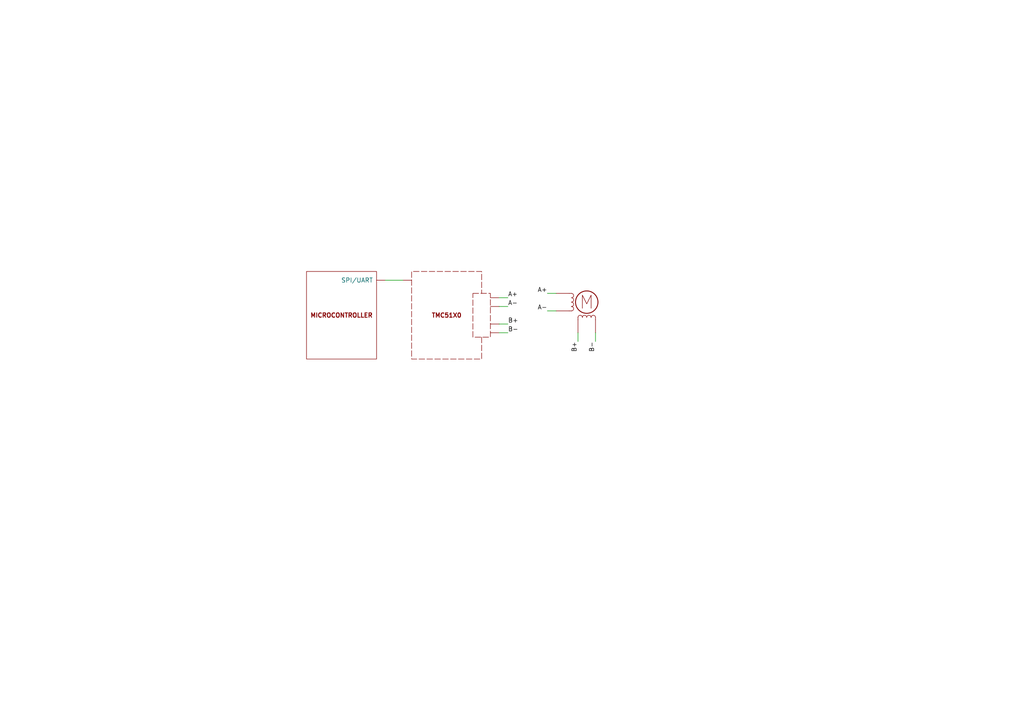
<source format=kicad_sch>
(kicad_sch (version 20230121) (generator eeschema)
  (paper "A4")
  (title_block (title "Trinamic Wiring") (date "2024-06-13") (rev "0.5") (company "Janelia Research Campus"))
  (lib_symbols
    (symbol "Janelia:DOC_MCU" (pin_numbers hide) (pin_names (offset 1.016))
      (symbol "DOC_MCU_0_1"
        (rectangle (start -10.16 12.7) (end 10.16 -12.7))
      )
      (symbol "DOC_MCU_1_1"
        (text "MICROCONTROLLER" (at 0 0 0) (effects (font (size 1.27 1.27) bold)))
        (pin input line (at 12.7 7.62 180) (length 2.54) hide (name "RX") (number "0"))
        (pin output line (at 12.7 10.16 180) (length 2.54) (name "SPI/UART") (number "1"))
        (pin input line (at 12.7 -5.08 180) (length 2.54) hide (name "RX2") (number "2"))
        (pin output line (at 12.7 -2.54 180) (length 2.54) hide (name "TX2") (number "3"))
        (pin output line (at 12.7 -7.62 180) (length 2.54) hide (name "TX3") (number "4"))
        (pin input line (at 12.7 -10.16 180) (length 2.54) hide (name "RX3") (number "5"))
        (pin output line (at 12.7 5.08 180) (length 2.54) hide (name "STEP") (number "6"))
        (pin input line (at 12.7 2.54 180) (length 2.54) hide (name "DIR") (number "7"))
        (pin input line (at 0 -15.24 90) (length 2.54) hide (name "SPI") (number "8"))
      )
    )
    (symbol "Janelia:Stepper_Motor_QSH2818-32-07-006" (pin_numbers hide) (pin_names (offset 0) hide)
      (symbol "Stepper_Motor_QSH2818-32-07-006_0_0"
        (polyline (pts (xy -1.27 -1.778) (xy -1.27 2.032) (xy 0 -0.508) (xy 1.27 2.032) (xy 1.27 -1.778)))
      )
      (symbol "Stepper_Motor_QSH2818-32-07-006_0_1"
        (arc (start -4.445 -2.54) (mid -3.8127 -1.905) (end -4.445 -1.27))
        (arc (start -4.445 -1.27) (mid -3.8127 -0.635) (end -4.445 0))
        (arc (start -4.445 0) (mid -3.8127 0.635) (end -4.445 1.27))
        (arc (start -4.445 1.27) (mid -3.8127 1.905) (end -4.445 2.54))
        (arc (start -1.27 -4.445) (mid -1.905 -3.8127) (end -2.54 -4.445))
        (arc (start 0 -4.445) (mid -0.635 -3.8127) (end -1.27 -4.445))
        (polyline (pts (xy -5.08 -2.54) (xy -4.445 -2.54)))
        (polyline (pts (xy -5.08 2.54) (xy -4.445 2.54)))
        (polyline (pts (xy -2.54 -5.08) (xy -2.54 -4.445)))
        (polyline (pts (xy 2.54 -5.08) (xy 2.54 -4.445)))
        (circle (center 0 0) (radius 3.2512) (stroke (width 0.254)))
        (arc (start 1.27 -4.445) (mid 0.635 -3.8127) (end 0 -4.445))
        (arc (start 2.54 -4.445) (mid 1.905 -3.8127) (end 1.27 -4.445))
      )
      (symbol "Stepper_Motor_QSH2818-32-07-006_1_1"
        (pin passive line (at -8.89 2.54 0) (length 3.81) (name "BLK") (number "A"))
        (pin passive line (at -8.89 -2.54 0) (length 3.81) (name "GRN") (number "A-"))
        (pin passive line (at -2.54 -8.89 90) (length 3.81) (name "RED") (number "B"))
        (pin passive line (at 2.54 -8.89 90) (length 3.81) (name "BLU") (number "B-"))
      )
    )
    (symbol "Janelia:TMC51X0_DOC" (pin_numbers hide) (pin_names (offset 1.016) hide)
      (symbol "TMC51X0_DOC_1_1"
        (polyline (pts (xy 10.16 -6.35) (xy 10.16 -12.7) (xy -10.16 -12.7) (xy -10.16 12.7) (xy 10.16 12.7) (xy 10.16 6.35)))
        (rectangle (start 7.62 6.35) (end 12.7 -6.35) (stroke (width 0) (type dash)))
        (text "TMC51X0" (at 0 0 0) (effects (font (size 1.27 1.27) bold)))
        (pin bidirectional line (at -12.7 10.16 0) (length 2.54) (name "SPI/UART") (number "0"))
        (pin input line (at -12.7 5.08 0) (length 2.54) hide (name "STEP") (number "1"))
        (pin input line (at -12.7 -5.08 0) (length 2.54) hide (name "AD1") (number "10"))
        (pin input line (at -12.7 2.54 0) (length 2.54) hide (name "DIR") (number "2"))
        (pin passive line (at 2.54 -15.24 90) (length 2.54) hide (name "BRA") (number "3"))
        (pin passive line (at 7.62 -15.24 90) (length 2.54) hide (name "BRB") (number "4"))
        (pin passive line (at 15.24 5.08 180) (length 2.54) (name "OA1") (number "5"))
        (pin passive line (at 15.24 2.54 180) (length 2.54) (name "OA2") (number "6"))
        (pin passive line (at 15.24 -2.54 180) (length 2.54) (name "OB1") (number "7"))
        (pin passive line (at 15.24 -5.08 180) (length 2.54) (name "OB2") (number "8"))
        (pin input line (at -12.7 -2.54 0) (length 2.54) hide (name "AD0") (number "9"))
      )
    )
  )
  (wire (pts (xy 147.32 93.98) (xy 144.78 93.98)))
  (wire (pts (xy 111.76 81.28) (xy 116.84 81.28)))
  (wire (pts (xy 147.32 86.36) (xy 144.78 86.36)))
  (wire (pts (xy 147.32 88.9) (xy 144.78 88.9)))
  (wire (pts (xy 158.75 85.09) (xy 161.29 85.09)))
  (wire (pts (xy 158.75 90.17) (xy 161.29 90.17)))
  (wire (pts (xy 147.32 96.52) (xy 144.78 96.52)))
  (wire (pts (xy 172.72 99.06) (xy 172.72 96.52)))
  (wire (pts (xy 167.64 99.06) (xy 167.64 96.52)))
  (label "A-" (at 147.32 88.9 0))
  (label "B-" (at 172.72 99.06 270))
  (label "B+" (at 147.32 93.98 0))
  (label "A+" (at 147.32 86.36 0))
  (label "B-" (at 147.32 96.52 0))
  (label "B+" (at 167.64 99.06 270))
  (label "A+" (at 158.75 85.09 180))
  (label "A-" (at 158.75 90.17 180))
  (symbol (lib_id "Janelia:Stepper_Motor_QSH2818-32-07-006") (at 170.18 87.63 0) (unit 1)
    (property "Reference" "M4" (effects hide))
    (property "Value" "Stepper_Motor_QSH2818-32-07-006" (effects hide))
    (property "Manufacturer" "Trinamic Motion Control" (effects hide))
    (property "Manufacturer Part Number" "QSH2818-32-07-006" (effects hide))
    (property "Vendor" "Digi-Key" (effects hide))
    (property "Vendor Part Number" "1460-1072-ND" (effects hide))
    (property "Sim.Enable" "0" (effects hide))
  )
  (symbol (lib_id "Janelia:DOC_MCU") (at 99.06 91.44 0) (unit 1)
    (property "Reference" "MICROCONTROLLER8" (effects hide))
    (property "Value" "DOC_MCU" (effects hide))
    (property "Sim.Enable" "0" (effects hide))
  )
  (symbol (lib_id "Janelia:TMC51X0_DOC") (at 129.54 91.44 0) (unit 1)
    (property "Reference" "TMC51X2" (effects hide))
    (property "Value" "TMC51X0_DOC" (effects hide))
    (property "Sim.Enable" "0" (effects hide))
  )
)
</source>
